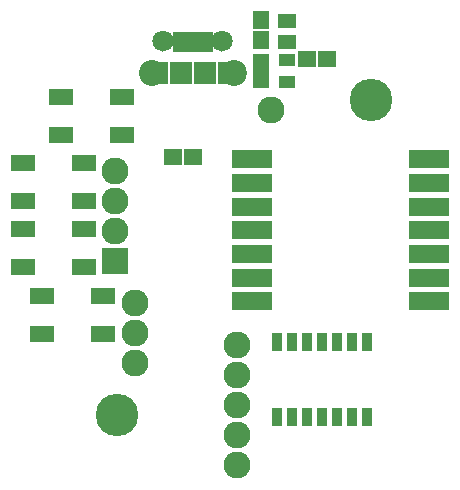
<source format=gbr>
%TF.GenerationSoftware,KiCad,Pcbnew,4.0.2+dfsg1-stable*%
%TF.CreationDate,2018-01-15T17:57:19-07:00*%
%TF.ProjectId,firefly2,66697265666C79322E6B696361645F70,rev?*%
%TF.FileFunction,Soldermask,Top*%
%FSLAX46Y46*%
G04 Gerber Fmt 4.6, Leading zero omitted, Abs format (unit mm)*
G04 Created by KiCad (PCBNEW 4.0.2+dfsg1-stable) date Mon 15 Jan 2018 05:57:19 PM MST*
%MOMM*%
G01*
G04 APERTURE LIST*
%ADD10C,0.100000*%
%ADD11R,3.399740X1.598880*%
%ADD12C,2.279600*%
%ADD13R,0.908000X1.543000*%
%ADD14R,0.850000X1.750000*%
%ADD15C,1.808000*%
%ADD16C,2.200000*%
%ADD17R,1.900000X1.950000*%
%ADD18R,1.598880X1.197560*%
%ADD19R,1.398220X1.499820*%
%ADD20R,1.499820X1.398220*%
%ADD21R,2.051000X1.398220*%
%ADD22R,2.279600X2.279600*%
%ADD23R,1.460000X1.050000*%
%ADD24C,3.600000*%
G04 APERTURE END LIST*
D10*
D11*
X162101920Y-56400520D03*
X162101920Y-58402040D03*
X162101920Y-60401020D03*
X162101920Y-62400000D03*
X162101920Y-64398980D03*
X162101920Y-66397960D03*
X162101920Y-68399480D03*
X177098080Y-68399480D03*
X177098080Y-66397960D03*
X177098080Y-64398980D03*
X177098080Y-62400000D03*
X177098080Y-60401020D03*
X177098080Y-58402040D03*
X177098080Y-56400520D03*
D12*
X152200000Y-73600000D03*
X152200000Y-71060000D03*
X152200000Y-68520000D03*
X160800000Y-72100000D03*
X160800000Y-74640000D03*
X160800000Y-77180000D03*
X160800000Y-79720000D03*
X160800000Y-82260000D03*
D13*
X171810000Y-71898000D03*
X170540000Y-71898000D03*
X169270000Y-71898000D03*
X168000000Y-71898000D03*
X166730000Y-71898000D03*
X165460000Y-71898000D03*
X164190000Y-71898000D03*
X164190000Y-78248000D03*
X165460000Y-78248000D03*
X168000000Y-78248000D03*
X169270000Y-78248000D03*
X170540000Y-78248000D03*
X171810000Y-78248000D03*
X166730000Y-78248000D03*
D14*
X155800000Y-46425000D03*
X156450000Y-46425000D03*
X157100000Y-46425000D03*
X157750000Y-46425000D03*
X158400000Y-46425000D03*
D15*
X154600000Y-46400000D03*
X159600000Y-46400000D03*
D16*
X153600000Y-49100000D03*
X160600000Y-49100000D03*
D17*
X156100000Y-49100000D03*
X158100000Y-49100000D03*
X154050000Y-49100000D03*
X160150000Y-49100000D03*
D18*
X165077920Y-44660606D03*
X165077920Y-46458926D03*
D19*
X162877920Y-44611406D03*
X162877920Y-46308126D03*
D20*
X168496720Y-47900000D03*
X166800000Y-47900000D03*
D21*
X145924440Y-51102340D03*
X145924440Y-54297660D03*
X151075560Y-54297660D03*
X151075560Y-51102340D03*
X142724440Y-56702340D03*
X142724440Y-59897660D03*
X147875560Y-59897660D03*
X147875560Y-56702340D03*
X142724440Y-62302340D03*
X142724440Y-65497660D03*
X147875560Y-65497660D03*
X147875560Y-62302340D03*
X144324440Y-68002340D03*
X144324440Y-71197660D03*
X149475560Y-71197660D03*
X149475560Y-68002340D03*
D22*
X150500000Y-65000000D03*
D12*
X150500000Y-62460000D03*
X150500000Y-59920000D03*
X150500000Y-57380000D03*
X163700000Y-52200000D03*
D20*
X157148360Y-56200000D03*
X155451640Y-56200000D03*
D23*
X162900000Y-47950000D03*
X162900000Y-48900000D03*
X162900000Y-49850000D03*
X165100000Y-49850000D03*
X165100000Y-47950000D03*
D24*
X150700000Y-78000000D03*
X172200000Y-51400000D03*
M02*

</source>
